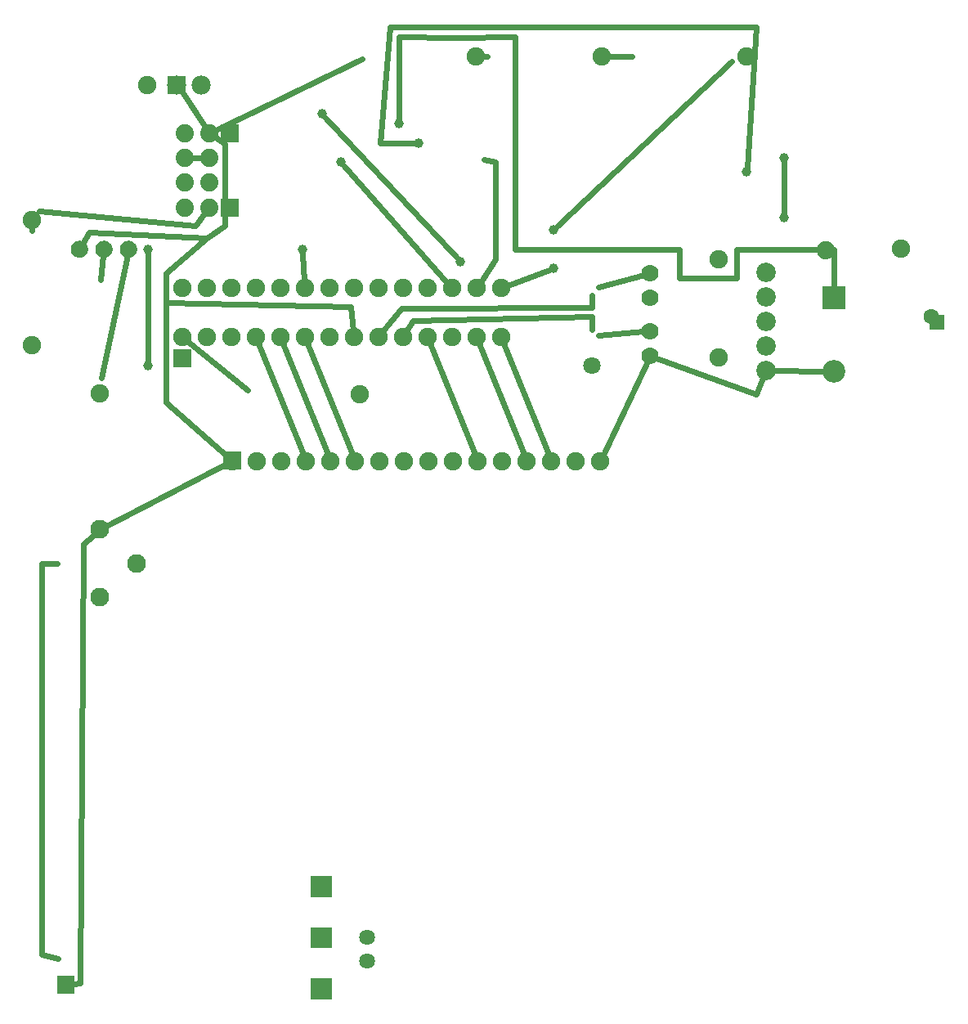
<source format=gbl>
G04 MADE WITH FRITZING*
G04 WWW.FRITZING.ORG*
G04 DOUBLE SIDED*
G04 HOLES PLATED*
G04 CONTOUR ON CENTER OF CONTOUR VECTOR*
%ASAXBY*%
%FSLAX23Y23*%
%MOIN*%
%OFA0B0*%
%SFA1.0B1.0*%
%ADD10C,0.092000*%
%ADD11C,0.039370*%
%ADD12C,0.076772*%
%ADD13C,0.075000*%
%ADD14C,0.070000*%
%ADD15C,0.070925*%
%ADD16C,0.070866*%
%ADD17C,0.079370*%
%ADD18C,0.064187*%
%ADD19C,0.078000*%
%ADD20C,0.074472*%
%ADD21C,0.074000*%
%ADD22C,0.062992*%
%ADD23R,0.092000X0.092000*%
%ADD24R,0.075000X0.075000*%
%ADD25R,0.078000X0.078000*%
%ADD26R,0.074108X0.074472*%
%ADD27R,0.062992X0.062992*%
%ADD28C,0.024000*%
%ADD29R,0.001000X0.001000*%
%LNCOPPER0*%
G90*
G70*
G54D10*
X3406Y3147D03*
X3406Y2847D03*
G54D11*
X1635Y3855D03*
X1241Y3343D03*
X1399Y3698D03*
X2265Y3265D03*
X2265Y3422D03*
X1884Y3294D03*
X1320Y3895D03*
X611Y2871D03*
X1713Y3777D03*
X3052Y3658D03*
X3204Y3717D03*
X3205Y3472D03*
X611Y3343D03*
G54D12*
X414Y1926D03*
X414Y2202D03*
X564Y2064D03*
G54D13*
X1475Y2753D03*
X1475Y2753D03*
G54D14*
X2658Y2910D03*
X2658Y3010D03*
G54D13*
X2937Y3304D03*
X2937Y2904D03*
G54D14*
X2658Y3147D03*
X2658Y3247D03*
G54D13*
X750Y2986D03*
X750Y3186D03*
X850Y2986D03*
X850Y3186D03*
X950Y2986D03*
X950Y3186D03*
X1050Y2986D03*
X1050Y3186D03*
X1150Y2986D03*
X1150Y3186D03*
X1250Y2986D03*
X1250Y3186D03*
X1350Y2986D03*
X1350Y3186D03*
X1450Y2986D03*
X1450Y3186D03*
X1550Y2986D03*
X1550Y3186D03*
X1650Y2986D03*
X1650Y3186D03*
X1750Y2986D03*
X1750Y3186D03*
X1850Y2986D03*
X1850Y3186D03*
X1950Y2986D03*
X1950Y3186D03*
X2050Y2986D03*
X2050Y3186D03*
G54D15*
X2422Y2869D03*
G54D16*
X2422Y2869D03*
G54D17*
X3131Y3250D03*
X3131Y3150D03*
X3131Y3050D03*
X3131Y2950D03*
X3131Y2850D03*
G54D13*
X414Y2755D03*
X414Y2755D03*
G54D18*
X1504Y444D03*
X1504Y539D03*
G54D19*
X729Y4013D03*
X829Y4013D03*
G54D20*
X860Y3816D03*
X760Y3816D03*
X860Y3716D03*
X760Y3716D03*
X860Y3615D03*
X760Y3615D03*
X860Y3514D03*
X760Y3514D03*
G54D21*
X3374Y3341D03*
X3374Y3341D03*
X3374Y3341D03*
X3374Y3341D03*
G54D13*
X2460Y4131D03*
X2460Y4131D03*
X1948Y4131D03*
X1948Y4131D03*
X3050Y4131D03*
X3050Y4131D03*
X139Y2952D03*
X139Y2952D03*
X139Y3463D03*
X139Y3463D03*
X609Y4013D03*
X609Y4013D03*
X955Y2481D03*
X1055Y2481D03*
X1155Y2481D03*
X1255Y2481D03*
X1355Y2481D03*
X1455Y2481D03*
X1555Y2481D03*
X1655Y2481D03*
X1755Y2481D03*
X1855Y2481D03*
X1955Y2481D03*
X2055Y2481D03*
X2155Y2481D03*
X2255Y2481D03*
X2355Y2481D03*
X2455Y2481D03*
G54D14*
X332Y3343D03*
X432Y3343D03*
X532Y3343D03*
G54D22*
X3804Y3070D03*
X3804Y3070D03*
G54D13*
X3682Y3345D03*
X3682Y3345D03*
G54D23*
X3406Y3147D03*
G54D24*
X750Y2898D03*
G54D25*
X729Y4013D03*
G54D26*
X943Y3816D03*
X943Y3514D03*
G54D24*
X955Y2482D03*
G54D27*
X3828Y3046D03*
G54D28*
X2029Y3304D02*
X2029Y3698D01*
D02*
X1966Y3210D02*
X2029Y3304D01*
D02*
X2029Y3698D02*
X1980Y3709D01*
D02*
X2451Y4131D02*
X2584Y4131D01*
D02*
X1993Y4131D02*
X1939Y4131D01*
D02*
X2060Y2959D02*
X2244Y2508D01*
D02*
X139Y3418D02*
X139Y3472D01*
D02*
X842Y3489D02*
X804Y3438D01*
D02*
X804Y3438D02*
X167Y3498D01*
D02*
X1960Y2959D02*
X2144Y2508D01*
D02*
X1016Y2771D02*
X772Y2968D01*
D02*
X1944Y2508D02*
X1760Y2959D01*
D02*
X2632Y3008D02*
X2449Y2992D01*
D02*
X1665Y3010D02*
X1692Y3054D01*
D02*
X1692Y3054D02*
X2422Y3068D01*
D02*
X2422Y3068D02*
X2422Y3016D01*
D02*
X792Y3716D02*
X829Y3716D01*
D02*
X1160Y2959D02*
X1344Y2508D01*
D02*
X1260Y2959D02*
X1444Y2508D01*
D02*
X1060Y2959D02*
X1244Y2508D01*
D02*
X527Y3318D02*
X420Y2820D01*
D02*
X245Y452D02*
X177Y470D01*
D02*
X177Y2064D02*
X240Y2064D01*
D02*
X177Y470D02*
X177Y2064D01*
D02*
X2633Y3240D02*
X2448Y3189D01*
D02*
X1568Y3008D02*
X1644Y3102D01*
D02*
X1644Y3102D02*
X2422Y3107D01*
D02*
X2422Y3107D02*
X2422Y3155D01*
D02*
X843Y3842D02*
X746Y3988D01*
D02*
X345Y3366D02*
X372Y3414D01*
D02*
X372Y3414D02*
X852Y3390D01*
D02*
X852Y3390D02*
X924Y3438D01*
D02*
X924Y3438D02*
X924Y3774D01*
D02*
X924Y3774D02*
X886Y3799D01*
D02*
X1484Y4118D02*
X889Y3830D01*
D02*
X1447Y3014D02*
X1438Y3108D01*
D02*
X1438Y3108D02*
X684Y3126D01*
D02*
X684Y3126D02*
X684Y3246D01*
D02*
X684Y3246D02*
X852Y3390D01*
D02*
X934Y2500D02*
X684Y2718D01*
D02*
X684Y2718D02*
X684Y3126D01*
D02*
X447Y2219D02*
X930Y2468D01*
D02*
X2467Y2507D02*
X2647Y2887D01*
D02*
X3119Y2821D02*
X3092Y2753D01*
D02*
X3092Y2753D02*
X2683Y2901D01*
D02*
X3369Y2847D02*
X3161Y2849D01*
D02*
X307Y349D02*
X335Y352D01*
D02*
X335Y352D02*
X348Y2142D01*
D02*
X348Y2142D02*
X387Y2177D01*
D02*
X1635Y3874D02*
X1635Y4210D01*
D02*
X1635Y4210D02*
X1860Y4206D01*
D02*
X1860Y4206D02*
X2106Y4210D01*
D02*
X2106Y4210D02*
X2107Y3343D01*
D02*
X2107Y3343D02*
X2776Y3344D01*
D02*
X2776Y3344D02*
X2776Y3226D01*
D02*
X3012Y3226D02*
X3012Y3344D01*
D02*
X2776Y3226D02*
X3012Y3226D01*
D02*
X3012Y3344D02*
X3406Y3344D01*
D02*
X3406Y3344D02*
X3406Y3184D01*
D02*
X429Y3318D02*
X418Y3221D01*
D02*
X1248Y3215D02*
X1242Y3324D01*
D02*
X1412Y3684D02*
X1831Y3207D01*
D02*
X2076Y3196D02*
X2247Y3258D01*
D02*
X2278Y3435D02*
X2992Y4111D01*
D02*
X1871Y3308D02*
X1333Y3881D01*
D02*
X611Y2890D02*
X611Y3324D01*
D02*
X1694Y3777D02*
X1556Y3777D01*
D02*
X1556Y3777D02*
X1596Y4249D01*
D02*
X1596Y4249D02*
X3092Y4250D01*
D02*
X3092Y4250D02*
X3053Y3677D01*
D02*
X3204Y3698D02*
X3204Y3491D01*
G54D29*
X327Y3378D02*
X337Y3378D01*
X427Y3378D02*
X437Y3378D01*
X527Y3378D02*
X537Y3378D01*
X323Y3377D02*
X341Y3377D01*
X423Y3377D02*
X441Y3377D01*
X523Y3377D02*
X541Y3377D01*
X320Y3376D02*
X343Y3376D01*
X420Y3376D02*
X443Y3376D01*
X520Y3376D02*
X543Y3376D01*
X318Y3375D02*
X346Y3375D01*
X418Y3375D02*
X446Y3375D01*
X518Y3375D02*
X546Y3375D01*
X316Y3374D02*
X347Y3374D01*
X416Y3374D02*
X447Y3374D01*
X516Y3374D02*
X547Y3374D01*
X314Y3373D02*
X349Y3373D01*
X414Y3373D02*
X449Y3373D01*
X514Y3373D02*
X549Y3373D01*
X313Y3372D02*
X351Y3372D01*
X413Y3372D02*
X451Y3372D01*
X513Y3372D02*
X550Y3372D01*
X312Y3371D02*
X352Y3371D01*
X412Y3371D02*
X452Y3371D01*
X512Y3371D02*
X552Y3371D01*
X310Y3370D02*
X353Y3370D01*
X410Y3370D02*
X453Y3370D01*
X510Y3370D02*
X553Y3370D01*
X309Y3369D02*
X354Y3369D01*
X409Y3369D02*
X454Y3369D01*
X509Y3369D02*
X554Y3369D01*
X308Y3368D02*
X355Y3368D01*
X408Y3368D02*
X455Y3368D01*
X508Y3368D02*
X555Y3368D01*
X307Y3367D02*
X356Y3367D01*
X407Y3367D02*
X456Y3367D01*
X507Y3367D02*
X556Y3367D01*
X306Y3366D02*
X357Y3366D01*
X406Y3366D02*
X457Y3366D01*
X506Y3366D02*
X557Y3366D01*
X305Y3365D02*
X358Y3365D01*
X405Y3365D02*
X458Y3365D01*
X505Y3365D02*
X558Y3365D01*
X305Y3364D02*
X359Y3364D01*
X405Y3364D02*
X459Y3364D01*
X505Y3364D02*
X559Y3364D01*
X304Y3363D02*
X360Y3363D01*
X404Y3363D02*
X460Y3363D01*
X504Y3363D02*
X560Y3363D01*
X303Y3362D02*
X360Y3362D01*
X403Y3362D02*
X460Y3362D01*
X503Y3362D02*
X560Y3362D01*
X303Y3361D02*
X361Y3361D01*
X403Y3361D02*
X461Y3361D01*
X503Y3361D02*
X561Y3361D01*
X302Y3360D02*
X362Y3360D01*
X402Y3360D02*
X462Y3360D01*
X502Y3360D02*
X561Y3360D01*
X301Y3359D02*
X362Y3359D01*
X401Y3359D02*
X462Y3359D01*
X501Y3359D02*
X562Y3359D01*
X301Y3358D02*
X326Y3358D01*
X337Y3358D02*
X363Y3358D01*
X401Y3358D02*
X426Y3358D01*
X437Y3358D02*
X463Y3358D01*
X501Y3358D02*
X526Y3358D01*
X537Y3358D02*
X563Y3358D01*
X300Y3357D02*
X323Y3357D01*
X340Y3357D02*
X363Y3357D01*
X400Y3357D02*
X423Y3357D01*
X440Y3357D02*
X463Y3357D01*
X500Y3357D02*
X523Y3357D01*
X540Y3357D02*
X563Y3357D01*
X300Y3356D02*
X322Y3356D01*
X342Y3356D02*
X364Y3356D01*
X400Y3356D02*
X422Y3356D01*
X442Y3356D02*
X464Y3356D01*
X500Y3356D02*
X522Y3356D01*
X542Y3356D02*
X564Y3356D01*
X299Y3355D02*
X320Y3355D01*
X343Y3355D02*
X364Y3355D01*
X399Y3355D02*
X420Y3355D01*
X443Y3355D02*
X464Y3355D01*
X499Y3355D02*
X520Y3355D01*
X543Y3355D02*
X564Y3355D01*
X299Y3354D02*
X319Y3354D01*
X344Y3354D02*
X364Y3354D01*
X399Y3354D02*
X419Y3354D01*
X444Y3354D02*
X464Y3354D01*
X499Y3354D02*
X519Y3354D01*
X544Y3354D02*
X564Y3354D01*
X299Y3353D02*
X319Y3353D01*
X345Y3353D02*
X365Y3353D01*
X399Y3353D02*
X419Y3353D01*
X445Y3353D02*
X465Y3353D01*
X499Y3353D02*
X519Y3353D01*
X545Y3353D02*
X565Y3353D01*
X298Y3352D02*
X318Y3352D01*
X345Y3352D02*
X365Y3352D01*
X398Y3352D02*
X418Y3352D01*
X445Y3352D02*
X465Y3352D01*
X498Y3352D02*
X518Y3352D01*
X545Y3352D02*
X565Y3352D01*
X298Y3351D02*
X318Y3351D01*
X346Y3351D02*
X365Y3351D01*
X398Y3351D02*
X418Y3351D01*
X446Y3351D02*
X465Y3351D01*
X498Y3351D02*
X518Y3351D01*
X546Y3351D02*
X565Y3351D01*
X298Y3350D02*
X317Y3350D01*
X346Y3350D02*
X366Y3350D01*
X398Y3350D02*
X417Y3350D01*
X446Y3350D02*
X466Y3350D01*
X498Y3350D02*
X517Y3350D01*
X546Y3350D02*
X565Y3350D01*
X298Y3349D02*
X317Y3349D01*
X347Y3349D02*
X366Y3349D01*
X398Y3349D02*
X417Y3349D01*
X447Y3349D02*
X466Y3349D01*
X498Y3349D02*
X517Y3349D01*
X547Y3349D02*
X566Y3349D01*
X298Y3348D02*
X317Y3348D01*
X347Y3348D02*
X366Y3348D01*
X398Y3348D02*
X417Y3348D01*
X447Y3348D02*
X466Y3348D01*
X498Y3348D02*
X517Y3348D01*
X547Y3348D02*
X566Y3348D01*
X297Y3347D02*
X316Y3347D01*
X347Y3347D02*
X366Y3347D01*
X397Y3347D02*
X416Y3347D01*
X447Y3347D02*
X466Y3347D01*
X497Y3347D02*
X516Y3347D01*
X547Y3347D02*
X566Y3347D01*
X297Y3346D02*
X316Y3346D01*
X347Y3346D02*
X366Y3346D01*
X397Y3346D02*
X416Y3346D01*
X447Y3346D02*
X466Y3346D01*
X497Y3346D02*
X516Y3346D01*
X547Y3346D02*
X566Y3346D01*
X297Y3345D02*
X316Y3345D01*
X347Y3345D02*
X366Y3345D01*
X397Y3345D02*
X416Y3345D01*
X447Y3345D02*
X466Y3345D01*
X497Y3345D02*
X516Y3345D01*
X547Y3345D02*
X566Y3345D01*
X297Y3344D02*
X316Y3344D01*
X347Y3344D02*
X366Y3344D01*
X397Y3344D02*
X416Y3344D01*
X447Y3344D02*
X466Y3344D01*
X497Y3344D02*
X516Y3344D01*
X547Y3344D02*
X566Y3344D01*
X297Y3343D02*
X316Y3343D01*
X347Y3343D02*
X366Y3343D01*
X397Y3343D02*
X416Y3343D01*
X447Y3343D02*
X466Y3343D01*
X497Y3343D02*
X516Y3343D01*
X547Y3343D02*
X566Y3343D01*
X297Y3342D02*
X316Y3342D01*
X347Y3342D02*
X366Y3342D01*
X397Y3342D02*
X416Y3342D01*
X447Y3342D02*
X466Y3342D01*
X497Y3342D02*
X516Y3342D01*
X547Y3342D02*
X566Y3342D01*
X297Y3341D02*
X316Y3341D01*
X347Y3341D02*
X366Y3341D01*
X397Y3341D02*
X416Y3341D01*
X447Y3341D02*
X466Y3341D01*
X497Y3341D02*
X516Y3341D01*
X547Y3341D02*
X566Y3341D01*
X297Y3340D02*
X317Y3340D01*
X347Y3340D02*
X366Y3340D01*
X397Y3340D02*
X417Y3340D01*
X447Y3340D02*
X466Y3340D01*
X497Y3340D02*
X517Y3340D01*
X547Y3340D02*
X566Y3340D01*
X298Y3339D02*
X317Y3339D01*
X347Y3339D02*
X366Y3339D01*
X398Y3339D02*
X417Y3339D01*
X447Y3339D02*
X466Y3339D01*
X498Y3339D02*
X517Y3339D01*
X547Y3339D02*
X566Y3339D01*
X298Y3338D02*
X317Y3338D01*
X346Y3338D02*
X366Y3338D01*
X398Y3338D02*
X417Y3338D01*
X446Y3338D02*
X466Y3338D01*
X498Y3338D02*
X517Y3338D01*
X546Y3338D02*
X566Y3338D01*
X298Y3337D02*
X317Y3337D01*
X346Y3337D02*
X365Y3337D01*
X398Y3337D02*
X417Y3337D01*
X446Y3337D02*
X465Y3337D01*
X498Y3337D02*
X517Y3337D01*
X546Y3337D02*
X565Y3337D01*
X298Y3336D02*
X318Y3336D01*
X346Y3336D02*
X365Y3336D01*
X398Y3336D02*
X418Y3336D01*
X446Y3336D02*
X465Y3336D01*
X498Y3336D02*
X518Y3336D01*
X546Y3336D02*
X565Y3336D01*
X299Y3335D02*
X318Y3335D01*
X345Y3335D02*
X365Y3335D01*
X399Y3335D02*
X418Y3335D01*
X445Y3335D02*
X465Y3335D01*
X499Y3335D02*
X518Y3335D01*
X545Y3335D02*
X565Y3335D01*
X299Y3334D02*
X319Y3334D01*
X345Y3334D02*
X365Y3334D01*
X399Y3334D02*
X419Y3334D01*
X445Y3334D02*
X465Y3334D01*
X499Y3334D02*
X519Y3334D01*
X545Y3334D02*
X565Y3334D01*
X299Y3333D02*
X320Y3333D01*
X344Y3333D02*
X364Y3333D01*
X399Y3333D02*
X420Y3333D01*
X444Y3333D02*
X464Y3333D01*
X499Y3333D02*
X520Y3333D01*
X544Y3333D02*
X564Y3333D01*
X300Y3332D02*
X321Y3332D01*
X343Y3332D02*
X364Y3332D01*
X400Y3332D02*
X421Y3332D01*
X443Y3332D02*
X464Y3332D01*
X500Y3332D02*
X521Y3332D01*
X543Y3332D02*
X564Y3332D01*
X300Y3331D02*
X322Y3331D01*
X342Y3331D02*
X363Y3331D01*
X400Y3331D02*
X422Y3331D01*
X442Y3331D02*
X463Y3331D01*
X500Y3331D02*
X522Y3331D01*
X542Y3331D02*
X563Y3331D01*
X300Y3330D02*
X324Y3330D01*
X340Y3330D02*
X363Y3330D01*
X400Y3330D02*
X424Y3330D01*
X440Y3330D02*
X463Y3330D01*
X500Y3330D02*
X524Y3330D01*
X540Y3330D02*
X563Y3330D01*
X301Y3329D02*
X327Y3329D01*
X337Y3329D02*
X363Y3329D01*
X401Y3329D02*
X427Y3329D01*
X437Y3329D02*
X463Y3329D01*
X501Y3329D02*
X527Y3329D01*
X537Y3329D02*
X563Y3329D01*
X301Y3328D02*
X362Y3328D01*
X401Y3328D02*
X462Y3328D01*
X501Y3328D02*
X562Y3328D01*
X302Y3327D02*
X361Y3327D01*
X402Y3327D02*
X461Y3327D01*
X502Y3327D02*
X561Y3327D01*
X303Y3326D02*
X361Y3326D01*
X403Y3326D02*
X461Y3326D01*
X503Y3326D02*
X561Y3326D01*
X303Y3325D02*
X360Y3325D01*
X403Y3325D02*
X460Y3325D01*
X503Y3325D02*
X560Y3325D01*
X304Y3324D02*
X359Y3324D01*
X404Y3324D02*
X459Y3324D01*
X504Y3324D02*
X559Y3324D01*
X305Y3323D02*
X359Y3323D01*
X405Y3323D02*
X459Y3323D01*
X505Y3323D02*
X559Y3323D01*
X306Y3322D02*
X358Y3322D01*
X406Y3322D02*
X458Y3322D01*
X506Y3322D02*
X558Y3322D01*
X306Y3321D02*
X357Y3321D01*
X406Y3321D02*
X457Y3321D01*
X506Y3321D02*
X557Y3321D01*
X307Y3320D02*
X356Y3320D01*
X407Y3320D02*
X456Y3320D01*
X507Y3320D02*
X556Y3320D01*
X308Y3319D02*
X355Y3319D01*
X408Y3319D02*
X455Y3319D01*
X508Y3319D02*
X555Y3319D01*
X309Y3318D02*
X354Y3318D01*
X409Y3318D02*
X454Y3318D01*
X509Y3318D02*
X554Y3318D01*
X311Y3317D02*
X353Y3317D01*
X411Y3317D02*
X453Y3317D01*
X511Y3317D02*
X553Y3317D01*
X312Y3316D02*
X352Y3316D01*
X412Y3316D02*
X452Y3316D01*
X512Y3316D02*
X552Y3316D01*
X313Y3315D02*
X350Y3315D01*
X413Y3315D02*
X450Y3315D01*
X513Y3315D02*
X550Y3315D01*
X315Y3314D02*
X349Y3314D01*
X415Y3314D02*
X449Y3314D01*
X515Y3314D02*
X549Y3314D01*
X316Y3313D02*
X347Y3313D01*
X416Y3313D02*
X447Y3313D01*
X516Y3313D02*
X547Y3313D01*
X318Y3312D02*
X345Y3312D01*
X418Y3312D02*
X445Y3312D01*
X518Y3312D02*
X545Y3312D01*
X320Y3311D02*
X343Y3311D01*
X420Y3311D02*
X443Y3311D01*
X520Y3311D02*
X543Y3311D01*
X323Y3310D02*
X340Y3310D01*
X423Y3310D02*
X440Y3310D01*
X523Y3310D02*
X540Y3310D01*
X327Y3309D02*
X336Y3309D01*
X427Y3309D02*
X436Y3309D01*
X527Y3309D02*
X536Y3309D01*
X1276Y788D02*
X1362Y788D01*
X1276Y787D02*
X1362Y787D01*
X1276Y786D02*
X1362Y786D01*
X1276Y785D02*
X1362Y785D01*
X1276Y784D02*
X1362Y784D01*
X1276Y783D02*
X1362Y783D01*
X1276Y782D02*
X1362Y782D01*
X1276Y781D02*
X1362Y781D01*
X1276Y780D02*
X1362Y780D01*
X1276Y779D02*
X1362Y779D01*
X1276Y778D02*
X1362Y778D01*
X1276Y777D02*
X1362Y777D01*
X1276Y776D02*
X1362Y776D01*
X1276Y775D02*
X1362Y775D01*
X1276Y774D02*
X1362Y774D01*
X1276Y773D02*
X1362Y773D01*
X1276Y772D02*
X1362Y772D01*
X1276Y771D02*
X1362Y771D01*
X1276Y770D02*
X1362Y770D01*
X1276Y769D02*
X1362Y769D01*
X1276Y768D02*
X1362Y768D01*
X1276Y767D02*
X1362Y767D01*
X1276Y766D02*
X1362Y766D01*
X1276Y765D02*
X1362Y765D01*
X1276Y764D02*
X1362Y764D01*
X1276Y763D02*
X1362Y763D01*
X1276Y762D02*
X1362Y762D01*
X1276Y761D02*
X1362Y761D01*
X1276Y760D02*
X1362Y760D01*
X1276Y759D02*
X1362Y759D01*
X1276Y758D02*
X1362Y758D01*
X1276Y757D02*
X1362Y757D01*
X1276Y756D02*
X1362Y756D01*
X1276Y755D02*
X1362Y755D01*
X1276Y754D02*
X1362Y754D01*
X1276Y753D02*
X1362Y753D01*
X1276Y752D02*
X1362Y752D01*
X1276Y751D02*
X1362Y751D01*
X1276Y750D02*
X1362Y750D01*
X1276Y749D02*
X1362Y749D01*
X1276Y748D02*
X1362Y748D01*
X1276Y747D02*
X1362Y747D01*
X1276Y746D02*
X1362Y746D01*
X1276Y745D02*
X1362Y745D01*
X1276Y744D02*
X1362Y744D01*
X1276Y743D02*
X1362Y743D01*
X1276Y742D02*
X1362Y742D01*
X1276Y741D02*
X1362Y741D01*
X1276Y740D02*
X1362Y740D01*
X1276Y739D02*
X1362Y739D01*
X1276Y738D02*
X1362Y738D01*
X1276Y737D02*
X1362Y737D01*
X1276Y736D02*
X1362Y736D01*
X1276Y735D02*
X1362Y735D01*
X1276Y734D02*
X1362Y734D01*
X1276Y733D02*
X1362Y733D01*
X1276Y732D02*
X1362Y732D01*
X1276Y731D02*
X1362Y731D01*
X1276Y730D02*
X1362Y730D01*
X1276Y729D02*
X1362Y729D01*
X1276Y728D02*
X1362Y728D01*
X1276Y727D02*
X1362Y727D01*
X1276Y726D02*
X1362Y726D01*
X1276Y725D02*
X1362Y725D01*
X1276Y724D02*
X1362Y724D01*
X1276Y723D02*
X1362Y723D01*
X1276Y722D02*
X1362Y722D01*
X1276Y721D02*
X1362Y721D01*
X1276Y720D02*
X1362Y720D01*
X1276Y719D02*
X1362Y719D01*
X1276Y718D02*
X1362Y718D01*
X1276Y717D02*
X1362Y717D01*
X1276Y716D02*
X1362Y716D01*
X1276Y715D02*
X1362Y715D01*
X1276Y714D02*
X1362Y714D01*
X1276Y713D02*
X1362Y713D01*
X1276Y712D02*
X1362Y712D01*
X1276Y711D02*
X1362Y711D01*
X1276Y710D02*
X1362Y710D01*
X1276Y709D02*
X1362Y709D01*
X1276Y708D02*
X1362Y708D01*
X1276Y707D02*
X1362Y707D01*
X1276Y706D02*
X1362Y706D01*
X1276Y705D02*
X1362Y705D01*
X1276Y704D02*
X1362Y704D01*
X1276Y703D02*
X1362Y703D01*
X1276Y580D02*
X1362Y580D01*
X1276Y579D02*
X1362Y579D01*
X1276Y578D02*
X1362Y578D01*
X1276Y577D02*
X1362Y577D01*
X1276Y576D02*
X1362Y576D01*
X1276Y575D02*
X1362Y575D01*
X1276Y574D02*
X1362Y574D01*
X1276Y573D02*
X1362Y573D01*
X1276Y572D02*
X1362Y572D01*
X1276Y571D02*
X1362Y571D01*
X1276Y570D02*
X1362Y570D01*
X1276Y569D02*
X1362Y569D01*
X1276Y568D02*
X1362Y568D01*
X1276Y567D02*
X1362Y567D01*
X1276Y566D02*
X1362Y566D01*
X1276Y565D02*
X1362Y565D01*
X1276Y564D02*
X1362Y564D01*
X1276Y563D02*
X1362Y563D01*
X1276Y562D02*
X1362Y562D01*
X1276Y561D02*
X1362Y561D01*
X1276Y560D02*
X1362Y560D01*
X1276Y559D02*
X1362Y559D01*
X1276Y558D02*
X1362Y558D01*
X1276Y557D02*
X1362Y557D01*
X1276Y556D02*
X1362Y556D01*
X1276Y555D02*
X1362Y555D01*
X1276Y554D02*
X1362Y554D01*
X1276Y553D02*
X1362Y553D01*
X1276Y552D02*
X1362Y552D01*
X1276Y551D02*
X1362Y551D01*
X1276Y550D02*
X1362Y550D01*
X1276Y549D02*
X1362Y549D01*
X1276Y548D02*
X1362Y548D01*
X1276Y547D02*
X1362Y547D01*
X1276Y546D02*
X1362Y546D01*
X1276Y545D02*
X1362Y545D01*
X1276Y544D02*
X1362Y544D01*
X1276Y543D02*
X1362Y543D01*
X1276Y542D02*
X1362Y542D01*
X1276Y541D02*
X1362Y541D01*
X1276Y540D02*
X1362Y540D01*
X1276Y539D02*
X1362Y539D01*
X1276Y538D02*
X1362Y538D01*
X1276Y537D02*
X1362Y537D01*
X1276Y536D02*
X1362Y536D01*
X1276Y535D02*
X1362Y535D01*
X1276Y534D02*
X1362Y534D01*
X1276Y533D02*
X1362Y533D01*
X1276Y532D02*
X1362Y532D01*
X1276Y531D02*
X1362Y531D01*
X1276Y530D02*
X1362Y530D01*
X1276Y529D02*
X1362Y529D01*
X1276Y528D02*
X1362Y528D01*
X1276Y527D02*
X1362Y527D01*
X1276Y526D02*
X1362Y526D01*
X1276Y525D02*
X1362Y525D01*
X1276Y524D02*
X1362Y524D01*
X1276Y523D02*
X1362Y523D01*
X1276Y522D02*
X1362Y522D01*
X1276Y521D02*
X1362Y521D01*
X1276Y520D02*
X1362Y520D01*
X1276Y519D02*
X1362Y519D01*
X1276Y518D02*
X1362Y518D01*
X1276Y517D02*
X1362Y517D01*
X1276Y516D02*
X1362Y516D01*
X1276Y515D02*
X1362Y515D01*
X1276Y514D02*
X1362Y514D01*
X1276Y513D02*
X1362Y513D01*
X1276Y512D02*
X1362Y512D01*
X1276Y511D02*
X1362Y511D01*
X1276Y510D02*
X1362Y510D01*
X1276Y509D02*
X1362Y509D01*
X1276Y508D02*
X1362Y508D01*
X1276Y507D02*
X1362Y507D01*
X1276Y506D02*
X1362Y506D01*
X1276Y505D02*
X1362Y505D01*
X1276Y504D02*
X1362Y504D01*
X1276Y503D02*
X1362Y503D01*
X1276Y502D02*
X1362Y502D01*
X1276Y501D02*
X1362Y501D01*
X1276Y500D02*
X1362Y500D01*
X1276Y499D02*
X1362Y499D01*
X1276Y498D02*
X1362Y498D01*
X1276Y497D02*
X1362Y497D01*
X1276Y496D02*
X1362Y496D01*
X1276Y495D02*
X1362Y495D01*
X240Y382D02*
X311Y382D01*
X240Y381D02*
X311Y381D01*
X240Y380D02*
X311Y380D01*
X240Y379D02*
X311Y379D01*
X240Y378D02*
X311Y378D01*
X240Y377D02*
X311Y377D01*
X240Y376D02*
X311Y376D01*
X240Y375D02*
X311Y375D01*
X240Y374D02*
X311Y374D01*
X240Y373D02*
X311Y373D01*
X240Y372D02*
X311Y372D01*
X1276Y372D02*
X1362Y372D01*
X240Y371D02*
X311Y371D01*
X1276Y371D02*
X1362Y371D01*
X240Y370D02*
X311Y370D01*
X1276Y370D02*
X1362Y370D01*
X240Y369D02*
X311Y369D01*
X1276Y369D02*
X1362Y369D01*
X240Y368D02*
X311Y368D01*
X1276Y368D02*
X1362Y368D01*
X240Y367D02*
X311Y367D01*
X1276Y367D02*
X1362Y367D01*
X240Y366D02*
X311Y366D01*
X1276Y366D02*
X1362Y366D01*
X240Y365D02*
X311Y365D01*
X1276Y365D02*
X1362Y365D01*
X240Y364D02*
X311Y364D01*
X1276Y364D02*
X1362Y364D01*
X240Y363D02*
X311Y363D01*
X1276Y363D02*
X1362Y363D01*
X240Y362D02*
X311Y362D01*
X1276Y362D02*
X1362Y362D01*
X240Y361D02*
X311Y361D01*
X1276Y361D02*
X1362Y361D01*
X240Y360D02*
X311Y360D01*
X1276Y360D02*
X1362Y360D01*
X240Y359D02*
X311Y359D01*
X1276Y359D02*
X1362Y359D01*
X240Y358D02*
X311Y358D01*
X1276Y358D02*
X1362Y358D01*
X240Y357D02*
X311Y357D01*
X1276Y357D02*
X1362Y357D01*
X240Y356D02*
X311Y356D01*
X1276Y356D02*
X1362Y356D01*
X240Y355D02*
X311Y355D01*
X1276Y355D02*
X1362Y355D01*
X240Y354D02*
X311Y354D01*
X1276Y354D02*
X1362Y354D01*
X240Y353D02*
X311Y353D01*
X1276Y353D02*
X1362Y353D01*
X240Y352D02*
X311Y352D01*
X1276Y352D02*
X1362Y352D01*
X240Y351D02*
X311Y351D01*
X1276Y351D02*
X1362Y351D01*
X240Y350D02*
X311Y350D01*
X1276Y350D02*
X1362Y350D01*
X240Y349D02*
X311Y349D01*
X1276Y349D02*
X1362Y349D01*
X240Y348D02*
X311Y348D01*
X1276Y348D02*
X1362Y348D01*
X240Y347D02*
X311Y347D01*
X1276Y347D02*
X1362Y347D01*
X240Y346D02*
X311Y346D01*
X1276Y346D02*
X1362Y346D01*
X240Y345D02*
X311Y345D01*
X1276Y345D02*
X1362Y345D01*
X240Y344D02*
X311Y344D01*
X1276Y344D02*
X1362Y344D01*
X240Y343D02*
X311Y343D01*
X1276Y343D02*
X1362Y343D01*
X240Y342D02*
X311Y342D01*
X1276Y342D02*
X1362Y342D01*
X240Y341D02*
X311Y341D01*
X1276Y341D02*
X1362Y341D01*
X240Y340D02*
X311Y340D01*
X1276Y340D02*
X1362Y340D01*
X240Y339D02*
X311Y339D01*
X1276Y339D02*
X1362Y339D01*
X240Y338D02*
X311Y338D01*
X1276Y338D02*
X1362Y338D01*
X240Y337D02*
X311Y337D01*
X1276Y337D02*
X1362Y337D01*
X240Y336D02*
X311Y336D01*
X1276Y336D02*
X1362Y336D01*
X240Y335D02*
X311Y335D01*
X1276Y335D02*
X1362Y335D01*
X240Y334D02*
X311Y334D01*
X1276Y334D02*
X1362Y334D01*
X240Y333D02*
X311Y333D01*
X1276Y333D02*
X1362Y333D01*
X240Y332D02*
X311Y332D01*
X1276Y332D02*
X1362Y332D01*
X240Y331D02*
X311Y331D01*
X1276Y331D02*
X1362Y331D01*
X240Y330D02*
X311Y330D01*
X1276Y330D02*
X1362Y330D01*
X240Y329D02*
X311Y329D01*
X1276Y329D02*
X1362Y329D01*
X240Y328D02*
X311Y328D01*
X1276Y328D02*
X1362Y328D01*
X240Y327D02*
X311Y327D01*
X1276Y327D02*
X1362Y327D01*
X240Y326D02*
X311Y326D01*
X1276Y326D02*
X1362Y326D01*
X240Y325D02*
X311Y325D01*
X1276Y325D02*
X1362Y325D01*
X240Y324D02*
X311Y324D01*
X1276Y324D02*
X1362Y324D01*
X240Y323D02*
X311Y323D01*
X1276Y323D02*
X1362Y323D01*
X240Y322D02*
X311Y322D01*
X1276Y322D02*
X1362Y322D01*
X240Y321D02*
X311Y321D01*
X1276Y321D02*
X1362Y321D01*
X240Y320D02*
X311Y320D01*
X1276Y320D02*
X1362Y320D01*
X240Y319D02*
X311Y319D01*
X1276Y319D02*
X1362Y319D01*
X240Y318D02*
X311Y318D01*
X1276Y318D02*
X1362Y318D01*
X240Y317D02*
X311Y317D01*
X1276Y317D02*
X1362Y317D01*
X240Y316D02*
X311Y316D01*
X1276Y316D02*
X1362Y316D01*
X240Y315D02*
X311Y315D01*
X1276Y315D02*
X1362Y315D01*
X240Y314D02*
X311Y314D01*
X1276Y314D02*
X1362Y314D01*
X240Y313D02*
X311Y313D01*
X1276Y313D02*
X1362Y313D01*
X240Y312D02*
X311Y312D01*
X1276Y312D02*
X1362Y312D01*
X240Y311D02*
X311Y311D01*
X1276Y311D02*
X1362Y311D01*
X1276Y310D02*
X1362Y310D01*
X1276Y309D02*
X1362Y309D01*
X1276Y308D02*
X1362Y308D01*
X1276Y307D02*
X1362Y307D01*
X1276Y306D02*
X1362Y306D01*
X1276Y305D02*
X1362Y305D01*
X1276Y304D02*
X1362Y304D01*
X1276Y303D02*
X1362Y303D01*
X1276Y302D02*
X1362Y302D01*
X1276Y301D02*
X1362Y301D01*
X1276Y300D02*
X1362Y300D01*
X1276Y299D02*
X1362Y299D01*
X1276Y298D02*
X1362Y298D01*
X1276Y297D02*
X1362Y297D01*
X1276Y296D02*
X1362Y296D01*
X1276Y295D02*
X1362Y295D01*
X1276Y294D02*
X1362Y294D01*
X1276Y293D02*
X1362Y293D01*
X1276Y292D02*
X1362Y292D01*
X1276Y291D02*
X1362Y291D01*
X1276Y290D02*
X1362Y290D01*
X1276Y289D02*
X1362Y289D01*
X1276Y288D02*
X1362Y288D01*
X1276Y287D02*
X1362Y287D01*
X1277Y286D02*
X1362Y286D01*
D02*
G04 End of Copper0*
M02*
</source>
